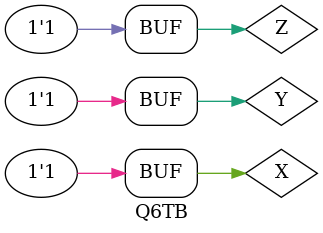
<source format=v>
`timescale 1ns/100ps
module Q6 (F,X,Y,Z);
input X,Y,Z;
output F;

assign F = (X && Y) || (X && Z) || (Y && Z);
endmodule

module Q6TB ;
reg X,Y,Z;
wire F;

Q6 M0(F,X,Y,Z);
// Dumpfile and dumpvars for waveform generation

initial begin

$dumpfile("4.6TB.vcd");  // Specify dump file name

$dumpvars(0, Q6TB);  // Dump all signals in the testbench

end


// Apply various test cases
initial begin
    X = 1'b0; Y = 1'b0; Z = 1'b0;
    #4 X = 1'b0; Y = 1'b0; Z = 1'b1;
    #4 X = 1'b0; Y = 1'b1; Z = 1'b0;
    #4 X = 1'b0; Y = 1'b1; Z = 1'b1;
    #4 X = 1'b1; Y = 1'b0; Z = 1'b0;
    #4 X = 1'b1; Y = 1'b0; Z = 1'b1;
    #4 X = 1'b1; Y = 1'b1; Z = 1'b0;
    #4 X = 1'b1; Y = 1'b1; Z = 1'b1;
end
endmodule
</source>
